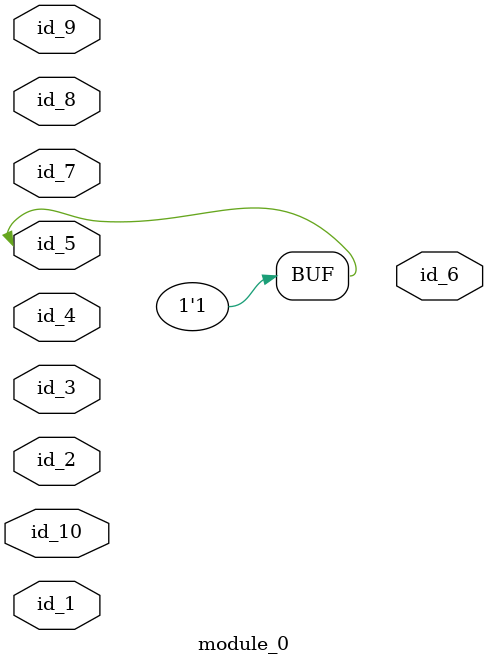
<source format=v>
`define pp_10 0
module module_0 (
    id_1,
    id_2,
    id_3,
    id_4,
    id_5,
    id_6,
    id_7,
    id_8,
    id_9,
    id_10
);
  input id_10;
  inout id_9;
  input id_8;
  inout id_7;
  output id_6;
  inout id_5;
  input id_4;
  input id_3;
  input id_2;
  inout id_1;
  assign id_5[1] = id_2 - id_7;
  assign id_5[1'b0] = 1;
endmodule

</source>
